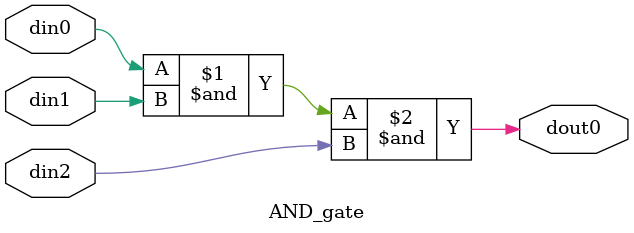
<source format=v>
`timescale 1ns/1ps

module AND_gate (
    din0,
    din1,
    din2,
    dout0
);

  input din0;
  input din1;
  input din2;
  output dout0;

  assign dout0 = (din0 & din1 & din2);

endmodule
</source>
